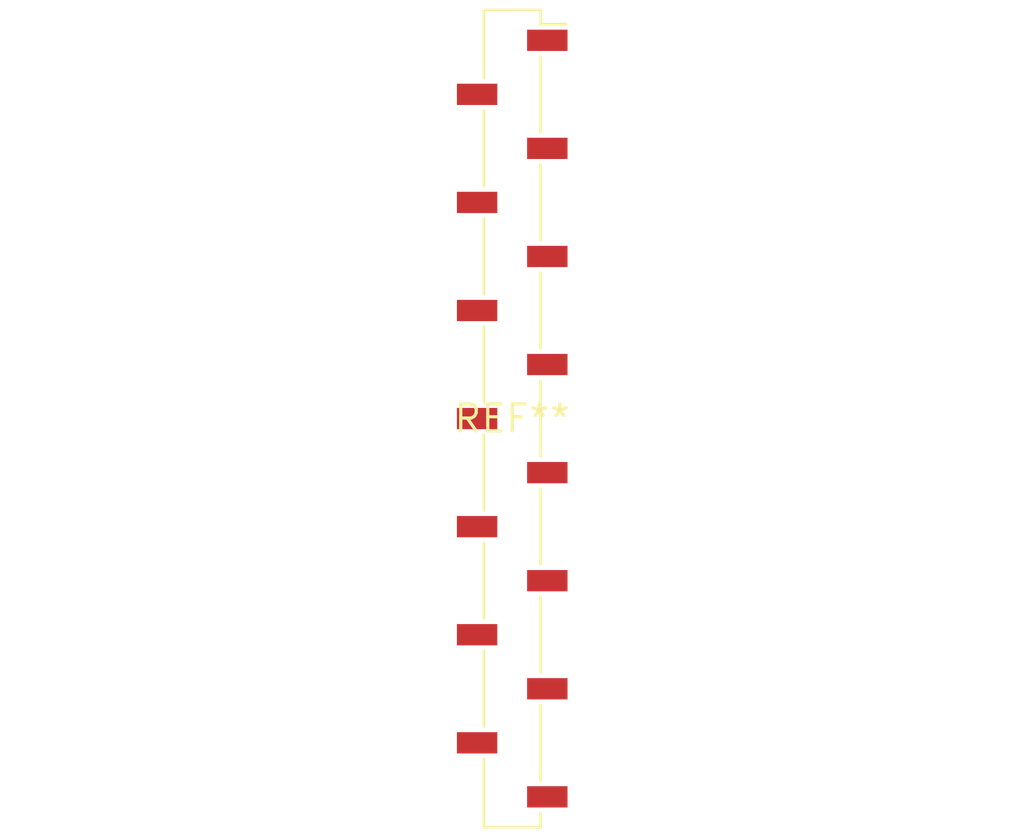
<source format=kicad_pcb>
(kicad_pcb (version 20240108) (generator pcbnew)
  (layers (0 "F.Cu" signal) (31 "B.Cu" signal) (34 "B.Paste" user) (35 "F.Paste" user) (36 "B.SilkS" user "B.Silkscreen") (37 "F.SilkS" user "F.Silkscreen") (38 "B.Mask" user) (39 "F.Mask" user) (44 "Edge.Cuts" user))
  (net 0 "")
  (footprint "PinSocket_1x15_P2.54mm_Vertical_SMD_Pin1Right" (layer "F.Cu") (at 0 0)
    (property "Reference" "REF**")
    (property "Value" "PinSocket_1x15_P2.54mm_Vertical_SMD_Pin1Right")
    (fp_line (start -1.33 -19.21) (end -1.33 -16) (layer "F.SilkS") (stroke (width 0.12)))
    (fp_line (start -1.33 -19.21) (end 1.33 -19.21) (layer "F.SilkS") (stroke (width 0.12)))
    (fp_line (start -1.33 -14.48) (end -1.33 -10.92) (layer "F.SilkS") (stroke (width 0.12)))
    (fp_line (start -1.33 -9.4) (end -1.33 -5.84) (layer "F.SilkS") (stroke (width 0.12)))
    (fp_line (start -1.33 -4.32) (end -1.33 -0.76) (layer "F.SilkS") (stroke (width 0.12)))
    (fp_line (start -1.33 0.76) (end -1.33 4.32) (layer "F.SilkS") (stroke (width 0.12)))
    (fp_line (start -1.33 5.84) (end -1.33 9.4) (layer "F.SilkS") (stroke (width 0.12)))
    (fp_line (start -1.33 10.92) (end -1.33 14.48) (layer "F.SilkS") (stroke (width 0.12)))
    (fp_line (start -1.33 16) (end -1.33 19.21) (layer "F.SilkS") (stroke (width 0.12)))
    (fp_line (start -1.33 19.21) (end 1.33 19.21) (layer "F.SilkS") (stroke (width 0.12)))
    (fp_line (start 1.33 -19.21) (end 1.33 -18.54) (layer "F.SilkS") (stroke (width 0.12)))
    (fp_line (start 1.33 -18.54) (end 2.54 -18.54) (layer "F.SilkS") (stroke (width 0.12)))
    (fp_line (start 1.33 -17.02) (end 1.33 -13.46) (layer "F.SilkS") (stroke (width 0.12)))
    (fp_line (start 1.33 -11.94) (end 1.33 -8.38) (layer "F.SilkS") (stroke (width 0.12)))
    (fp_line (start 1.33 -6.86) (end 1.33 -3.3) (layer "F.SilkS") (stroke (width 0.12)))
    (fp_line (start 1.33 -1.78) (end 1.33 1.78) (layer "F.SilkS") (stroke (width 0.12)))
    (fp_line (start 1.33 3.3) (end 1.33 6.86) (layer "F.SilkS") (stroke (width 0.12)))
    (fp_line (start 1.33 8.38) (end 1.33 11.94) (layer "F.SilkS") (stroke (width 0.12)))
    (fp_line (start 1.33 13.46) (end 1.33 17.02) (layer "F.SilkS") (stroke (width 0.12)))
    (fp_line (start 1.33 18.54) (end 1.33 19.21) (layer "F.SilkS") (stroke (width 0.12)))
    (pad "1" smd rect (at 1.65 -17.78) (size 1.9 1) (layers "F.Cu" "F.Paste" "F.Mask"))
    (pad "2" smd rect (at -1.65 -15.24) (size 1.9 1) (layers "F.Cu" "F.Paste" "F.Mask"))
    (pad "3" smd rect (at 1.65 -12.7) (size 1.9 1) (layers "F.Cu" "F.Paste" "F.Mask"))
    (pad "4" smd rect (at -1.65 -10.16) (size 1.9 1) (layers "F.Cu" "F.Paste" "F.Mask"))
    (pad "5" smd rect (at 1.65 -7.62) (size 1.9 1) (layers "F.Cu" "F.Paste" "F.Mask"))
    (pad "6" smd rect (at -1.65 -5.08) (size 1.9 1) (layers "F.Cu" "F.Paste" "F.Mask"))
    (pad "7" smd rect (at 1.65 -2.54) (size 1.9 1) (layers "F.Cu" "F.Paste" "F.Mask"))
    (pad "8" smd rect (at -1.65 0) (size 1.9 1) (layers "F.Cu" "F.Paste" "F.Mask"))
    (pad "9" smd rect (at 1.65 2.54) (size 1.9 1) (layers "F.Cu" "F.Paste" "F.Mask"))
    (pad "10" smd rect (at -1.65 5.08) (size 1.9 1) (layers "F.Cu" "F.Paste" "F.Mask"))
    (pad "11" smd rect (at 1.65 7.62) (size 1.9 1) (layers "F.Cu" "F.Paste" "F.Mask"))
    (pad "12" smd rect (at -1.65 10.16) (size 1.9 1) (layers "F.Cu" "F.Paste" "F.Mask"))
    (pad "13" smd rect (at 1.65 12.7) (size 1.9 1) (layers "F.Cu" "F.Paste" "F.Mask"))
    (pad "14" smd rect (at -1.65 15.24) (size 1.9 1) (layers "F.Cu" "F.Paste" "F.Mask"))
    (pad "15" smd rect (at 1.65 17.78) (size 1.9 1) (layers "F.Cu" "F.Paste" "F.Mask"))
  )
)
</source>
